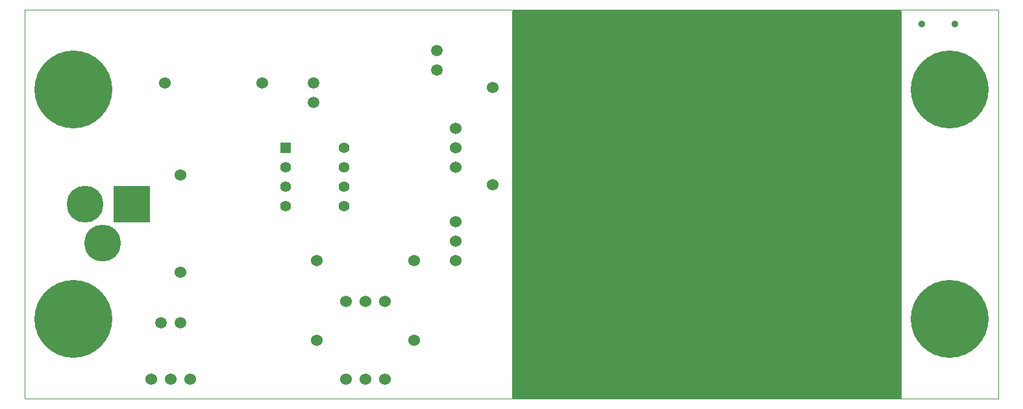
<source format=gts>
G04 (created by PCBNEW (2013-07-07 BZR 4022)-stable) date 6/29/2014 7:37:07 PM*
%MOIN*%
G04 Gerber Fmt 3.4, Leading zero omitted, Abs format*
%FSLAX34Y34*%
G01*
G70*
G90*
G04 APERTURE LIST*
%ADD10C,0.001*%
%ADD11C,0.00393701*%
%ADD12C,0.06*%
%ADD13C,0.0591*%
%ADD14C,0.25*%
%ADD15C,0.1*%
%ADD16C,0.189*%
%ADD17R,0.189X0.189*%
%ADD18R,0.055X0.055*%
%ADD19C,0.055*%
%ADD20C,0.4*%
%ADD21C,0.035*%
%ADD22C,0.01*%
G04 APERTURE END LIST*
G54D10*
G54D11*
X0Y0D02*
X0Y20000D01*
X50000Y0D02*
X0Y0D01*
X50000Y20000D02*
X50000Y0D01*
X0Y20000D02*
X50000Y20000D01*
G54D12*
X7500Y1000D03*
X6500Y1000D03*
X8500Y1000D03*
X17500Y1000D03*
X16500Y1000D03*
X18500Y1000D03*
X17500Y5000D03*
X18500Y5000D03*
X16500Y5000D03*
X22130Y12910D03*
X22130Y13910D03*
X22130Y11910D03*
X22130Y8100D03*
X22130Y9100D03*
X22130Y7100D03*
G54D13*
X7000Y3900D03*
X8000Y3900D03*
X21174Y16902D03*
X21174Y17902D03*
X14840Y15230D03*
X14840Y16230D03*
G54D14*
X35000Y16000D03*
X35000Y4000D03*
G54D15*
X37000Y11000D03*
X33000Y11000D03*
G54D12*
X7200Y16250D03*
X12200Y16250D03*
X15000Y7100D03*
X20000Y7100D03*
X8000Y6500D03*
X8000Y11500D03*
X15000Y3000D03*
X20000Y3000D03*
G54D16*
X3100Y10000D03*
G54D17*
X5500Y10000D03*
G54D16*
X4000Y8000D03*
G54D18*
X13390Y12900D03*
G54D19*
X13390Y11900D03*
X13390Y10900D03*
X13390Y9900D03*
X16390Y9900D03*
X16390Y10900D03*
X16390Y11900D03*
X16390Y12900D03*
G54D20*
X2500Y4100D03*
X2500Y15900D03*
X47500Y15900D03*
X47500Y4100D03*
G54D12*
X24036Y16000D03*
X24036Y11000D03*
G54D21*
X47762Y19282D03*
X46066Y19282D03*
G54D10*
G36*
X44950Y50D02*
X25050Y50D01*
X25050Y19950D01*
X44950Y19950D01*
X44950Y50D01*
X44950Y50D01*
G37*
G54D22*
X44950Y50D02*
X25050Y50D01*
X25050Y19950D01*
X44950Y19950D01*
X44950Y50D01*
M02*

</source>
